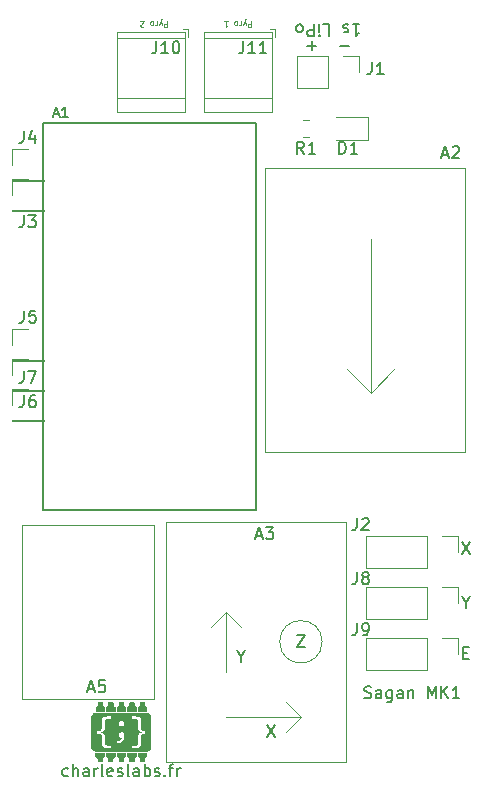
<source format=gbr>
G04 #@! TF.GenerationSoftware,KiCad,Pcbnew,5.1.5-52549c5~84~ubuntu19.04.1*
G04 #@! TF.CreationDate,2019-12-06T19:41:43+01:00*
G04 #@! TF.ProjectId,Rocket_PCB,526f636b-6574-45f5-9043-422e6b696361,rev?*
G04 #@! TF.SameCoordinates,Original*
G04 #@! TF.FileFunction,Legend,Top*
G04 #@! TF.FilePolarity,Positive*
%FSLAX46Y46*%
G04 Gerber Fmt 4.6, Leading zero omitted, Abs format (unit mm)*
G04 Created by KiCad (PCBNEW 5.1.5-52549c5~84~ubuntu19.04.1) date 2019-12-06 19:41:43*
%MOMM*%
%LPD*%
G04 APERTURE LIST*
%ADD10C,0.125000*%
%ADD11C,0.150000*%
%ADD12C,0.010000*%
%ADD13C,0.120000*%
%ADD14C,0.160000*%
G04 APERTURE END LIST*
D10*
X138036952Y-36857809D02*
X138036952Y-37357809D01*
X137846476Y-37357809D01*
X137798857Y-37334000D01*
X137775047Y-37310190D01*
X137751238Y-37262571D01*
X137751238Y-37191142D01*
X137775047Y-37143523D01*
X137798857Y-37119714D01*
X137846476Y-37095904D01*
X138036952Y-37095904D01*
X137584571Y-37191142D02*
X137465523Y-36857809D01*
X137346476Y-37191142D02*
X137465523Y-36857809D01*
X137513142Y-36738761D01*
X137536952Y-36714952D01*
X137584571Y-36691142D01*
X137156000Y-36857809D02*
X137156000Y-37191142D01*
X137156000Y-37095904D02*
X137132190Y-37143523D01*
X137108380Y-37167333D01*
X137060761Y-37191142D01*
X137013142Y-37191142D01*
X136775047Y-36857809D02*
X136822666Y-36881619D01*
X136846476Y-36905428D01*
X136870285Y-36953047D01*
X136870285Y-37095904D01*
X136846476Y-37143523D01*
X136822666Y-37167333D01*
X136775047Y-37191142D01*
X136703619Y-37191142D01*
X136656000Y-37167333D01*
X136632190Y-37143523D01*
X136608380Y-37095904D01*
X136608380Y-36953047D01*
X136632190Y-36905428D01*
X136656000Y-36881619D01*
X136703619Y-36857809D01*
X136775047Y-36857809D01*
X136036952Y-37310190D02*
X136013142Y-37334000D01*
X135965523Y-37357809D01*
X135846476Y-37357809D01*
X135798857Y-37334000D01*
X135775047Y-37310190D01*
X135751238Y-37262571D01*
X135751238Y-37214952D01*
X135775047Y-37143523D01*
X136060761Y-36857809D01*
X135751238Y-36857809D01*
X145148952Y-36857809D02*
X145148952Y-37357809D01*
X144958476Y-37357809D01*
X144910857Y-37334000D01*
X144887047Y-37310190D01*
X144863238Y-37262571D01*
X144863238Y-37191142D01*
X144887047Y-37143523D01*
X144910857Y-37119714D01*
X144958476Y-37095904D01*
X145148952Y-37095904D01*
X144696571Y-37191142D02*
X144577523Y-36857809D01*
X144458476Y-37191142D02*
X144577523Y-36857809D01*
X144625142Y-36738761D01*
X144648952Y-36714952D01*
X144696571Y-36691142D01*
X144268000Y-36857809D02*
X144268000Y-37191142D01*
X144268000Y-37095904D02*
X144244190Y-37143523D01*
X144220380Y-37167333D01*
X144172761Y-37191142D01*
X144125142Y-37191142D01*
X143887047Y-36857809D02*
X143934666Y-36881619D01*
X143958476Y-36905428D01*
X143982285Y-36953047D01*
X143982285Y-37095904D01*
X143958476Y-37143523D01*
X143934666Y-37167333D01*
X143887047Y-37191142D01*
X143815619Y-37191142D01*
X143768000Y-37167333D01*
X143744190Y-37143523D01*
X143720380Y-37095904D01*
X143720380Y-36953047D01*
X143744190Y-36905428D01*
X143768000Y-36881619D01*
X143815619Y-36857809D01*
X143887047Y-36857809D01*
X142863238Y-36857809D02*
X143148952Y-36857809D01*
X143006095Y-36857809D02*
X143006095Y-37357809D01*
X143053714Y-37286380D01*
X143101333Y-37238761D01*
X143148952Y-37214952D01*
D11*
X153733238Y-37139619D02*
X154304666Y-37139619D01*
X154018952Y-37139619D02*
X154018952Y-38139619D01*
X154114190Y-37996761D01*
X154209428Y-37901523D01*
X154304666Y-37853904D01*
X153352285Y-37187238D02*
X153257047Y-37139619D01*
X153066571Y-37139619D01*
X152971333Y-37187238D01*
X152923714Y-37282476D01*
X152923714Y-37330095D01*
X152971333Y-37425333D01*
X153066571Y-37472952D01*
X153209428Y-37472952D01*
X153304666Y-37520571D01*
X153352285Y-37615809D01*
X153352285Y-37663428D01*
X153304666Y-37758666D01*
X153209428Y-37806285D01*
X153066571Y-37806285D01*
X152971333Y-37758666D01*
X151257047Y-37139619D02*
X151733238Y-37139619D01*
X151733238Y-38139619D01*
X150923714Y-37139619D02*
X150923714Y-37806285D01*
X150923714Y-38139619D02*
X150971333Y-38092000D01*
X150923714Y-38044380D01*
X150876095Y-38092000D01*
X150923714Y-38139619D01*
X150923714Y-38044380D01*
X150447523Y-37139619D02*
X150447523Y-38139619D01*
X150066571Y-38139619D01*
X149971333Y-38092000D01*
X149923714Y-38044380D01*
X149876095Y-37949142D01*
X149876095Y-37806285D01*
X149923714Y-37711047D01*
X149971333Y-37663428D01*
X150066571Y-37615809D01*
X150447523Y-37615809D01*
X149304666Y-37139619D02*
X149399904Y-37187238D01*
X149447523Y-37234857D01*
X149495142Y-37330095D01*
X149495142Y-37615809D01*
X149447523Y-37711047D01*
X149399904Y-37758666D01*
X149304666Y-37806285D01*
X149161809Y-37806285D01*
X149066571Y-37758666D01*
X149018952Y-37711047D01*
X148971333Y-37615809D01*
X148971333Y-37330095D01*
X149018952Y-37234857D01*
X149066571Y-37187238D01*
X149161809Y-37139619D01*
X149304666Y-37139619D01*
X149876095Y-38933428D02*
X150638000Y-38933428D01*
X150257047Y-39314380D02*
X150257047Y-38552476D01*
X152638000Y-38933428D02*
X153399904Y-38933428D01*
X163107714Y-90352571D02*
X163441047Y-90352571D01*
X163583904Y-90876380D02*
X163107714Y-90876380D01*
X163107714Y-89876380D01*
X163583904Y-89876380D01*
X163322000Y-86082190D02*
X163322000Y-86558380D01*
X162988666Y-85558380D02*
X163322000Y-86082190D01*
X163655333Y-85558380D01*
X162988666Y-80986380D02*
X163655333Y-81986380D01*
X163655333Y-80986380D02*
X162988666Y-81986380D01*
X154726190Y-94130761D02*
X154869047Y-94178380D01*
X155107142Y-94178380D01*
X155202380Y-94130761D01*
X155250000Y-94083142D01*
X155297619Y-93987904D01*
X155297619Y-93892666D01*
X155250000Y-93797428D01*
X155202380Y-93749809D01*
X155107142Y-93702190D01*
X154916666Y-93654571D01*
X154821428Y-93606952D01*
X154773809Y-93559333D01*
X154726190Y-93464095D01*
X154726190Y-93368857D01*
X154773809Y-93273619D01*
X154821428Y-93226000D01*
X154916666Y-93178380D01*
X155154761Y-93178380D01*
X155297619Y-93226000D01*
X156154761Y-94178380D02*
X156154761Y-93654571D01*
X156107142Y-93559333D01*
X156011904Y-93511714D01*
X155821428Y-93511714D01*
X155726190Y-93559333D01*
X156154761Y-94130761D02*
X156059523Y-94178380D01*
X155821428Y-94178380D01*
X155726190Y-94130761D01*
X155678571Y-94035523D01*
X155678571Y-93940285D01*
X155726190Y-93845047D01*
X155821428Y-93797428D01*
X156059523Y-93797428D01*
X156154761Y-93749809D01*
X157059523Y-93511714D02*
X157059523Y-94321238D01*
X157011904Y-94416476D01*
X156964285Y-94464095D01*
X156869047Y-94511714D01*
X156726190Y-94511714D01*
X156630952Y-94464095D01*
X157059523Y-94130761D02*
X156964285Y-94178380D01*
X156773809Y-94178380D01*
X156678571Y-94130761D01*
X156630952Y-94083142D01*
X156583333Y-93987904D01*
X156583333Y-93702190D01*
X156630952Y-93606952D01*
X156678571Y-93559333D01*
X156773809Y-93511714D01*
X156964285Y-93511714D01*
X157059523Y-93559333D01*
X157964285Y-94178380D02*
X157964285Y-93654571D01*
X157916666Y-93559333D01*
X157821428Y-93511714D01*
X157630952Y-93511714D01*
X157535714Y-93559333D01*
X157964285Y-94130761D02*
X157869047Y-94178380D01*
X157630952Y-94178380D01*
X157535714Y-94130761D01*
X157488095Y-94035523D01*
X157488095Y-93940285D01*
X157535714Y-93845047D01*
X157630952Y-93797428D01*
X157869047Y-93797428D01*
X157964285Y-93749809D01*
X158440476Y-93511714D02*
X158440476Y-94178380D01*
X158440476Y-93606952D02*
X158488095Y-93559333D01*
X158583333Y-93511714D01*
X158726190Y-93511714D01*
X158821428Y-93559333D01*
X158869047Y-93654571D01*
X158869047Y-94178380D01*
X160107142Y-94178380D02*
X160107142Y-93178380D01*
X160440476Y-93892666D01*
X160773809Y-93178380D01*
X160773809Y-94178380D01*
X161250000Y-94178380D02*
X161250000Y-93178380D01*
X161821428Y-94178380D02*
X161392857Y-93606952D01*
X161821428Y-93178380D02*
X161250000Y-93749809D01*
X162773809Y-94178380D02*
X162202380Y-94178380D01*
X162488095Y-94178380D02*
X162488095Y-93178380D01*
X162392857Y-93321238D01*
X162297619Y-93416476D01*
X162202380Y-93464095D01*
X129635809Y-100734761D02*
X129540571Y-100782380D01*
X129350095Y-100782380D01*
X129254857Y-100734761D01*
X129207238Y-100687142D01*
X129159619Y-100591904D01*
X129159619Y-100306190D01*
X129207238Y-100210952D01*
X129254857Y-100163333D01*
X129350095Y-100115714D01*
X129540571Y-100115714D01*
X129635809Y-100163333D01*
X130064380Y-100782380D02*
X130064380Y-99782380D01*
X130492952Y-100782380D02*
X130492952Y-100258571D01*
X130445333Y-100163333D01*
X130350095Y-100115714D01*
X130207238Y-100115714D01*
X130112000Y-100163333D01*
X130064380Y-100210952D01*
X131397714Y-100782380D02*
X131397714Y-100258571D01*
X131350095Y-100163333D01*
X131254857Y-100115714D01*
X131064380Y-100115714D01*
X130969142Y-100163333D01*
X131397714Y-100734761D02*
X131302476Y-100782380D01*
X131064380Y-100782380D01*
X130969142Y-100734761D01*
X130921523Y-100639523D01*
X130921523Y-100544285D01*
X130969142Y-100449047D01*
X131064380Y-100401428D01*
X131302476Y-100401428D01*
X131397714Y-100353809D01*
X131873904Y-100782380D02*
X131873904Y-100115714D01*
X131873904Y-100306190D02*
X131921523Y-100210952D01*
X131969142Y-100163333D01*
X132064380Y-100115714D01*
X132159619Y-100115714D01*
X132635809Y-100782380D02*
X132540571Y-100734761D01*
X132492952Y-100639523D01*
X132492952Y-99782380D01*
X133397714Y-100734761D02*
X133302476Y-100782380D01*
X133112000Y-100782380D01*
X133016761Y-100734761D01*
X132969142Y-100639523D01*
X132969142Y-100258571D01*
X133016761Y-100163333D01*
X133112000Y-100115714D01*
X133302476Y-100115714D01*
X133397714Y-100163333D01*
X133445333Y-100258571D01*
X133445333Y-100353809D01*
X132969142Y-100449047D01*
X133826285Y-100734761D02*
X133921523Y-100782380D01*
X134112000Y-100782380D01*
X134207238Y-100734761D01*
X134254857Y-100639523D01*
X134254857Y-100591904D01*
X134207238Y-100496666D01*
X134112000Y-100449047D01*
X133969142Y-100449047D01*
X133873904Y-100401428D01*
X133826285Y-100306190D01*
X133826285Y-100258571D01*
X133873904Y-100163333D01*
X133969142Y-100115714D01*
X134112000Y-100115714D01*
X134207238Y-100163333D01*
X134826285Y-100782380D02*
X134731047Y-100734761D01*
X134683428Y-100639523D01*
X134683428Y-99782380D01*
X135635809Y-100782380D02*
X135635809Y-100258571D01*
X135588190Y-100163333D01*
X135492952Y-100115714D01*
X135302476Y-100115714D01*
X135207238Y-100163333D01*
X135635809Y-100734761D02*
X135540571Y-100782380D01*
X135302476Y-100782380D01*
X135207238Y-100734761D01*
X135159619Y-100639523D01*
X135159619Y-100544285D01*
X135207238Y-100449047D01*
X135302476Y-100401428D01*
X135540571Y-100401428D01*
X135635809Y-100353809D01*
X136112000Y-100782380D02*
X136112000Y-99782380D01*
X136112000Y-100163333D02*
X136207238Y-100115714D01*
X136397714Y-100115714D01*
X136492952Y-100163333D01*
X136540571Y-100210952D01*
X136588190Y-100306190D01*
X136588190Y-100591904D01*
X136540571Y-100687142D01*
X136492952Y-100734761D01*
X136397714Y-100782380D01*
X136207238Y-100782380D01*
X136112000Y-100734761D01*
X136969142Y-100734761D02*
X137064380Y-100782380D01*
X137254857Y-100782380D01*
X137350095Y-100734761D01*
X137397714Y-100639523D01*
X137397714Y-100591904D01*
X137350095Y-100496666D01*
X137254857Y-100449047D01*
X137112000Y-100449047D01*
X137016761Y-100401428D01*
X136969142Y-100306190D01*
X136969142Y-100258571D01*
X137016761Y-100163333D01*
X137112000Y-100115714D01*
X137254857Y-100115714D01*
X137350095Y-100163333D01*
X137826285Y-100687142D02*
X137873904Y-100734761D01*
X137826285Y-100782380D01*
X137778666Y-100734761D01*
X137826285Y-100687142D01*
X137826285Y-100782380D01*
X138159619Y-100115714D02*
X138540571Y-100115714D01*
X138302476Y-100782380D02*
X138302476Y-99925238D01*
X138350095Y-99830000D01*
X138445333Y-99782380D01*
X138540571Y-99782380D01*
X138873904Y-100782380D02*
X138873904Y-100115714D01*
X138873904Y-100306190D02*
X138921523Y-100210952D01*
X138969142Y-100163333D01*
X139064380Y-100115714D01*
X139159619Y-100115714D01*
X127508000Y-78232000D02*
X145542000Y-78232000D01*
X145542000Y-45466000D02*
X127508000Y-45466000D01*
X127508000Y-78232000D02*
X127508000Y-45466000D01*
X145542000Y-45466000D02*
X145542000Y-78232000D01*
D12*
G36*
X135902480Y-94527077D02*
G01*
X135966400Y-94527138D01*
X136013391Y-94528808D01*
X136046052Y-94534309D01*
X136066984Y-94545867D01*
X136078785Y-94565708D01*
X136084056Y-94596057D01*
X136085396Y-94639137D01*
X136085384Y-94683627D01*
X136085384Y-94809762D01*
X136178446Y-94884613D01*
X136271507Y-94959464D01*
X136268811Y-95102289D01*
X136266115Y-95245115D01*
X135907096Y-95247678D01*
X135548077Y-95250240D01*
X135548098Y-95101139D01*
X135548120Y-94952038D01*
X135635615Y-94883653D01*
X135723110Y-94815269D01*
X135723516Y-94690711D01*
X135723847Y-94632928D01*
X135726166Y-94590640D01*
X135733116Y-94561431D01*
X135747338Y-94542884D01*
X135771475Y-94532586D01*
X135808168Y-94528120D01*
X135860058Y-94527071D01*
X135902480Y-94527077D01*
G37*
X135902480Y-94527077D02*
X135966400Y-94527138D01*
X136013391Y-94528808D01*
X136046052Y-94534309D01*
X136066984Y-94545867D01*
X136078785Y-94565708D01*
X136084056Y-94596057D01*
X136085396Y-94639137D01*
X136085384Y-94683627D01*
X136085384Y-94809762D01*
X136178446Y-94884613D01*
X136271507Y-94959464D01*
X136268811Y-95102289D01*
X136266115Y-95245115D01*
X135907096Y-95247678D01*
X135548077Y-95250240D01*
X135548098Y-95101139D01*
X135548120Y-94952038D01*
X135635615Y-94883653D01*
X135723110Y-94815269D01*
X135723516Y-94690711D01*
X135723847Y-94632928D01*
X135726166Y-94590640D01*
X135733116Y-94561431D01*
X135747338Y-94542884D01*
X135771475Y-94532586D01*
X135808168Y-94528120D01*
X135860058Y-94527071D01*
X135902480Y-94527077D01*
G36*
X135176137Y-94552817D02*
G01*
X135184829Y-94565898D01*
X135190635Y-94581570D01*
X135194121Y-94603852D01*
X135195851Y-94636761D01*
X135196391Y-94684316D01*
X135196406Y-94696913D01*
X135196428Y-94815269D01*
X135283923Y-94883653D01*
X135371418Y-94952038D01*
X135372230Y-95250000D01*
X134649307Y-95250000D01*
X134649714Y-95101019D01*
X134650120Y-94952038D01*
X134737615Y-94883653D01*
X134825109Y-94815269D01*
X134825131Y-94696913D01*
X134825488Y-94645664D01*
X134826913Y-94609929D01*
X134829972Y-94585690D01*
X134835228Y-94568929D01*
X134843249Y-94555628D01*
X134845401Y-94552817D01*
X134865648Y-94527077D01*
X135155889Y-94527077D01*
X135176137Y-94552817D01*
G37*
X135176137Y-94552817D02*
X135184829Y-94565898D01*
X135190635Y-94581570D01*
X135194121Y-94603852D01*
X135195851Y-94636761D01*
X135196391Y-94684316D01*
X135196406Y-94696913D01*
X135196428Y-94815269D01*
X135283923Y-94883653D01*
X135371418Y-94952038D01*
X135372230Y-95250000D01*
X134649307Y-95250000D01*
X134649714Y-95101019D01*
X134650120Y-94952038D01*
X134737615Y-94883653D01*
X134825109Y-94815269D01*
X134825131Y-94696913D01*
X134825488Y-94645664D01*
X134826913Y-94609929D01*
X134829972Y-94585690D01*
X134835228Y-94568929D01*
X134843249Y-94555628D01*
X134845401Y-94552817D01*
X134865648Y-94527077D01*
X135155889Y-94527077D01*
X135176137Y-94552817D01*
G36*
X134116884Y-94527077D02*
G01*
X134180368Y-94527150D01*
X134226938Y-94528883D01*
X134259210Y-94534542D01*
X134279800Y-94546394D01*
X134291323Y-94566706D01*
X134296395Y-94597745D01*
X134297631Y-94641779D01*
X134297615Y-94683730D01*
X134297615Y-94809968D01*
X134473461Y-94950768D01*
X134473461Y-95250000D01*
X134118512Y-95250000D01*
X134037088Y-95249826D01*
X133961887Y-95249333D01*
X133895132Y-95248560D01*
X133839046Y-95247547D01*
X133795852Y-95246335D01*
X133767774Y-95244962D01*
X133757051Y-95243487D01*
X133754716Y-95231868D01*
X133752752Y-95204399D01*
X133751324Y-95164767D01*
X133750596Y-95116662D01*
X133750538Y-95098015D01*
X133750538Y-94959055D01*
X133843346Y-94884409D01*
X133936153Y-94809762D01*
X133936153Y-94683627D01*
X133936239Y-94628637D01*
X133938240Y-94588298D01*
X133944772Y-94560344D01*
X133958450Y-94542508D01*
X133981890Y-94532527D01*
X134017708Y-94528134D01*
X134068519Y-94527063D01*
X134116884Y-94527077D01*
G37*
X134116884Y-94527077D02*
X134180368Y-94527150D01*
X134226938Y-94528883D01*
X134259210Y-94534542D01*
X134279800Y-94546394D01*
X134291323Y-94566706D01*
X134296395Y-94597745D01*
X134297631Y-94641779D01*
X134297615Y-94683730D01*
X134297615Y-94809968D01*
X134473461Y-94950768D01*
X134473461Y-95250000D01*
X134118512Y-95250000D01*
X134037088Y-95249826D01*
X133961887Y-95249333D01*
X133895132Y-95248560D01*
X133839046Y-95247547D01*
X133795852Y-95246335D01*
X133767774Y-95244962D01*
X133757051Y-95243487D01*
X133754716Y-95231868D01*
X133752752Y-95204399D01*
X133751324Y-95164767D01*
X133750596Y-95116662D01*
X133750538Y-95098015D01*
X133750538Y-94959055D01*
X133843346Y-94884409D01*
X133936153Y-94809762D01*
X133936153Y-94683627D01*
X133936239Y-94628637D01*
X133938240Y-94588298D01*
X133944772Y-94560344D01*
X133958450Y-94542508D01*
X133981890Y-94532527D01*
X134017708Y-94528134D01*
X134068519Y-94527063D01*
X134116884Y-94527077D01*
G36*
X133285037Y-94527168D02*
G01*
X133331731Y-94529037D01*
X133364237Y-94535071D01*
X133385226Y-94547658D01*
X133397369Y-94569189D01*
X133403336Y-94602051D01*
X133405799Y-94648633D01*
X133406925Y-94692943D01*
X133410120Y-94817744D01*
X133497549Y-94887748D01*
X133584979Y-94957753D01*
X133579577Y-95245115D01*
X133220557Y-95247678D01*
X132861538Y-95250240D01*
X132861944Y-95101139D01*
X132862351Y-94952038D01*
X132949845Y-94883653D01*
X133037340Y-94815269D01*
X133037362Y-94690711D01*
X133037477Y-94633692D01*
X133039525Y-94591728D01*
X133046101Y-94562515D01*
X133059796Y-94543748D01*
X133083204Y-94533123D01*
X133118918Y-94528336D01*
X133169529Y-94527083D01*
X133221485Y-94527077D01*
X133285037Y-94527168D01*
G37*
X133285037Y-94527168D02*
X133331731Y-94529037D01*
X133364237Y-94535071D01*
X133385226Y-94547658D01*
X133397369Y-94569189D01*
X133403336Y-94602051D01*
X133405799Y-94648633D01*
X133406925Y-94692943D01*
X133410120Y-94817744D01*
X133497549Y-94887748D01*
X133584979Y-94957753D01*
X133579577Y-95245115D01*
X133220557Y-95247678D01*
X132861538Y-95250240D01*
X132861944Y-95101139D01*
X132862351Y-94952038D01*
X132949845Y-94883653D01*
X133037340Y-94815269D01*
X133037362Y-94690711D01*
X133037477Y-94633692D01*
X133039525Y-94591728D01*
X133046101Y-94562515D01*
X133059796Y-94543748D01*
X133083204Y-94533123D01*
X133118918Y-94528336D01*
X133169529Y-94527083D01*
X133221485Y-94527077D01*
X133285037Y-94527168D01*
G36*
X132327442Y-94527077D02*
G01*
X132391224Y-94527180D01*
X132438090Y-94529050D01*
X132470651Y-94535025D01*
X132491520Y-94547444D01*
X132503311Y-94568646D01*
X132508635Y-94600970D01*
X132510107Y-94646753D01*
X132510252Y-94690711D01*
X132510658Y-94815269D01*
X132598153Y-94883653D01*
X132685648Y-94952038D01*
X132685692Y-95250000D01*
X132330743Y-95250000D01*
X132249319Y-95249826D01*
X132174118Y-95249333D01*
X132107363Y-95248560D01*
X132051277Y-95247547D01*
X132008083Y-95246335D01*
X131980005Y-95244962D01*
X131969282Y-95243487D01*
X131966953Y-95231872D01*
X131964992Y-95204397D01*
X131963564Y-95164737D01*
X131962831Y-95116569D01*
X131962769Y-95097259D01*
X131962769Y-94957545D01*
X132055577Y-94882898D01*
X132148384Y-94808251D01*
X132148384Y-94683832D01*
X132148407Y-94628536D01*
X132150227Y-94588036D01*
X132156468Y-94560033D01*
X132169754Y-94542229D01*
X132192712Y-94532327D01*
X132227965Y-94528028D01*
X132278139Y-94527036D01*
X132327442Y-94527077D01*
G37*
X132327442Y-94527077D02*
X132391224Y-94527180D01*
X132438090Y-94529050D01*
X132470651Y-94535025D01*
X132491520Y-94547444D01*
X132503311Y-94568646D01*
X132508635Y-94600970D01*
X132510107Y-94646753D01*
X132510252Y-94690711D01*
X132510658Y-94815269D01*
X132598153Y-94883653D01*
X132685648Y-94952038D01*
X132685692Y-95250000D01*
X132330743Y-95250000D01*
X132249319Y-95249826D01*
X132174118Y-95249333D01*
X132107363Y-95248560D01*
X132051277Y-95247547D01*
X132008083Y-95246335D01*
X131980005Y-95244962D01*
X131969282Y-95243487D01*
X131966953Y-95231872D01*
X131964992Y-95204397D01*
X131963564Y-95164737D01*
X131962831Y-95116569D01*
X131962769Y-95097259D01*
X131962769Y-94957545D01*
X132055577Y-94882898D01*
X132148384Y-94808251D01*
X132148384Y-94683832D01*
X132148407Y-94628536D01*
X132150227Y-94588036D01*
X132156468Y-94560033D01*
X132169754Y-94542229D01*
X132192712Y-94532327D01*
X132227965Y-94528028D01*
X132278139Y-94527036D01*
X132327442Y-94527077D01*
G36*
X134306075Y-95405617D02*
G01*
X134486348Y-95405731D01*
X134664367Y-95405918D01*
X134839040Y-95406178D01*
X135009279Y-95406510D01*
X135173993Y-95406915D01*
X135332094Y-95407393D01*
X135482492Y-95407944D01*
X135624096Y-95408567D01*
X135755817Y-95409264D01*
X135876566Y-95410032D01*
X135985252Y-95410874D01*
X136080787Y-95411789D01*
X136162080Y-95412776D01*
X136228042Y-95413836D01*
X136277583Y-95414969D01*
X136309613Y-95416174D01*
X136322329Y-95417270D01*
X136399386Y-95442241D01*
X136468983Y-95483413D01*
X136528110Y-95538246D01*
X136573760Y-95604199D01*
X136592476Y-95645467D01*
X136613194Y-95700842D01*
X136608038Y-98381038D01*
X136582390Y-98434769D01*
X136537464Y-98507266D01*
X136479091Y-98566004D01*
X136408762Y-98609812D01*
X136327972Y-98637521D01*
X136321807Y-98638861D01*
X136305679Y-98640189D01*
X136271145Y-98641429D01*
X136219290Y-98642581D01*
X136151198Y-98643646D01*
X136067954Y-98644623D01*
X135970642Y-98645515D01*
X135860347Y-98646322D01*
X135738152Y-98647044D01*
X135605143Y-98647682D01*
X135462403Y-98648238D01*
X135311018Y-98648711D01*
X135152071Y-98649102D01*
X134986647Y-98649413D01*
X134815831Y-98649643D01*
X134640706Y-98649794D01*
X134462357Y-98649866D01*
X134281869Y-98649861D01*
X134100325Y-98649778D01*
X133918811Y-98649618D01*
X133738411Y-98649383D01*
X133560209Y-98649072D01*
X133385289Y-98648688D01*
X133214737Y-98648229D01*
X133049635Y-98647698D01*
X132891070Y-98647094D01*
X132740124Y-98646419D01*
X132597883Y-98645673D01*
X132465431Y-98644857D01*
X132343853Y-98643972D01*
X132234232Y-98643018D01*
X132137653Y-98641997D01*
X132055201Y-98640908D01*
X131987960Y-98639753D01*
X131937014Y-98638532D01*
X131903448Y-98637246D01*
X131888399Y-98635908D01*
X131811887Y-98607815D01*
X131743638Y-98563922D01*
X131686594Y-98506807D01*
X131643696Y-98439046D01*
X131631659Y-98410894D01*
X131628750Y-98402947D01*
X131626129Y-98394781D01*
X131623781Y-98385386D01*
X131621691Y-98373757D01*
X131619843Y-98358884D01*
X131618223Y-98339761D01*
X131616817Y-98315380D01*
X131615608Y-98284732D01*
X131614582Y-98246810D01*
X131613724Y-98200607D01*
X131613019Y-98145115D01*
X131612451Y-98079326D01*
X131612007Y-98002232D01*
X131611670Y-97912826D01*
X131611427Y-97810099D01*
X131611261Y-97693045D01*
X131611158Y-97560655D01*
X131611103Y-97411922D01*
X131611081Y-97245838D01*
X131611077Y-97061395D01*
X131611077Y-97028000D01*
X131611078Y-96883055D01*
X132040923Y-96883055D01*
X132040923Y-97182714D01*
X132162361Y-97185953D01*
X132221284Y-97188386D01*
X132264660Y-97193062D01*
X132296465Y-97201489D01*
X132320676Y-97215176D01*
X132341269Y-97235630D01*
X132359852Y-97260858D01*
X132371004Y-97280561D01*
X132380118Y-97305051D01*
X132387377Y-97336296D01*
X132392966Y-97376265D01*
X132397069Y-97426926D01*
X132399870Y-97490249D01*
X132401553Y-97568201D01*
X132402302Y-97662752D01*
X132402384Y-97715500D01*
X132402611Y-97808595D01*
X132403358Y-97884585D01*
X132404724Y-97945898D01*
X132406811Y-97994966D01*
X132409719Y-98034215D01*
X132413546Y-98066075D01*
X132417819Y-98090238D01*
X132442564Y-98177651D01*
X132478170Y-98250086D01*
X132525679Y-98308404D01*
X132586134Y-98353468D01*
X132660578Y-98386137D01*
X132750051Y-98407275D01*
X132810358Y-98414689D01*
X132849701Y-98417347D01*
X132903071Y-98419772D01*
X132964954Y-98421776D01*
X133029839Y-98423167D01*
X133069134Y-98423637D01*
X133242538Y-98425000D01*
X133242538Y-98122153D01*
X133088673Y-98121920D01*
X133008981Y-98120907D01*
X132946158Y-98117594D01*
X132897592Y-98111168D01*
X132860670Y-98100816D01*
X132832780Y-98085723D01*
X132811308Y-98065077D01*
X132793642Y-98038063D01*
X132788640Y-98028488D01*
X132783295Y-98016446D01*
X132778942Y-98002340D01*
X132775420Y-97983948D01*
X132772570Y-97959048D01*
X132770233Y-97925417D01*
X132768248Y-97880832D01*
X132766456Y-97823071D01*
X132764947Y-97760293D01*
X133694995Y-97760293D01*
X133719615Y-97885742D01*
X133744235Y-98011190D01*
X133796083Y-98003060D01*
X133831658Y-97995883D01*
X133876404Y-97984662D01*
X133921027Y-97971740D01*
X133923792Y-97970868D01*
X134012772Y-97935878D01*
X134093683Y-97888930D01*
X134171295Y-97827039D01*
X134205046Y-97794884D01*
X134277884Y-97711047D01*
X134332496Y-97622236D01*
X134369537Y-97526760D01*
X134389661Y-97422926D01*
X134393522Y-97309042D01*
X134393467Y-97307485D01*
X134388044Y-97234330D01*
X134376682Y-97175997D01*
X134357993Y-97128311D01*
X134330594Y-97087094D01*
X134314211Y-97068663D01*
X134262010Y-97027622D01*
X134200594Y-97001192D01*
X134133847Y-96989486D01*
X134065654Y-96992619D01*
X133999899Y-97010703D01*
X133940465Y-97043854D01*
X133923909Y-97057228D01*
X133880030Y-97103629D01*
X133851828Y-97153727D01*
X133837312Y-97212187D01*
X133834211Y-97267346D01*
X133835585Y-97312070D01*
X133840375Y-97345095D01*
X133850166Y-97374173D01*
X133860440Y-97395551D01*
X133893762Y-97445462D01*
X133936634Y-97488485D01*
X133984764Y-97521492D01*
X134033856Y-97541357D01*
X134066729Y-97545769D01*
X134080567Y-97551815D01*
X134079096Y-97569898D01*
X134062336Y-97599940D01*
X134050942Y-97615836D01*
X134011016Y-97655157D01*
X133955435Y-97689642D01*
X133887853Y-97717431D01*
X133814038Y-97736281D01*
X133774573Y-97743722D01*
X133740531Y-97750345D01*
X133718139Y-97754935D01*
X133715440Y-97755541D01*
X133694995Y-97760293D01*
X132764947Y-97760293D01*
X132764697Y-97749913D01*
X132763085Y-97672769D01*
X132761089Y-97581185D01*
X132759070Y-97506889D01*
X132756886Y-97447627D01*
X132754394Y-97401148D01*
X132751452Y-97365201D01*
X132747919Y-97337534D01*
X132743653Y-97315895D01*
X132739655Y-97301538D01*
X132715868Y-97237225D01*
X132688915Y-97187002D01*
X132655782Y-97145419D01*
X132650029Y-97139526D01*
X132621493Y-97116078D01*
X132584146Y-97092143D01*
X132543789Y-97070750D01*
X132506225Y-97054927D01*
X132477255Y-97047702D01*
X132473788Y-97047546D01*
X132452619Y-97044932D01*
X132449207Y-97038002D01*
X132462607Y-97028092D01*
X132491870Y-97016536D01*
X132496884Y-97014954D01*
X132574539Y-96982119D01*
X132638593Y-96935430D01*
X132689470Y-96874460D01*
X132727594Y-96798783D01*
X132736199Y-96774414D01*
X132742012Y-96755045D01*
X132746737Y-96734874D01*
X132750545Y-96711484D01*
X132753607Y-96682459D01*
X132756096Y-96645384D01*
X132758183Y-96597843D01*
X132760038Y-96537419D01*
X132761833Y-96461696D01*
X132763251Y-96393000D01*
X132764781Y-96320976D01*
X133836781Y-96320976D01*
X133851075Y-96392862D01*
X133881048Y-96455774D01*
X133925656Y-96507909D01*
X133983859Y-96547466D01*
X134025770Y-96564707D01*
X134075115Y-96573962D01*
X134133074Y-96574580D01*
X134190996Y-96567067D01*
X134239653Y-96552185D01*
X134301428Y-96515519D01*
X134350262Y-96466888D01*
X134376394Y-96424635D01*
X134390068Y-96382555D01*
X134397951Y-96329856D01*
X134399828Y-96273675D01*
X134395483Y-96221149D01*
X134384703Y-96179415D01*
X134383828Y-96177366D01*
X134347931Y-96118978D01*
X134298474Y-96072022D01*
X134238658Y-96037885D01*
X134171680Y-96017951D01*
X134100739Y-96013606D01*
X134032517Y-96025199D01*
X133964522Y-96053999D01*
X133909532Y-96096310D01*
X133868946Y-96150565D01*
X133844160Y-96215197D01*
X133839207Y-96241920D01*
X133836781Y-96320976D01*
X132764781Y-96320976D01*
X132765241Y-96299351D01*
X132767319Y-96223114D01*
X132769799Y-96162162D01*
X132772998Y-96114369D01*
X132777231Y-96077609D01*
X132782814Y-96049756D01*
X132790061Y-96028684D01*
X132799290Y-96012266D01*
X132810814Y-95998378D01*
X132823644Y-95986071D01*
X132844164Y-95971199D01*
X132870286Y-95960057D01*
X132904806Y-95952189D01*
X132950519Y-95947138D01*
X133010221Y-95944450D01*
X133083788Y-95943669D01*
X133242538Y-95943615D01*
X133242538Y-95941752D01*
X134991230Y-95941752D01*
X135169519Y-95945333D01*
X135236208Y-95946976D01*
X135286381Y-95949051D01*
X135323059Y-95951856D01*
X135349263Y-95955688D01*
X135368014Y-95960844D01*
X135379465Y-95966007D01*
X135402498Y-95980887D01*
X135421352Y-95999557D01*
X135436425Y-96023964D01*
X135448114Y-96056055D01*
X135456817Y-96097776D01*
X135462931Y-96151076D01*
X135466852Y-96217900D01*
X135468980Y-96300195D01*
X135469709Y-96399910D01*
X135469719Y-96408302D01*
X135470163Y-96501453D01*
X135471537Y-96577770D01*
X135474155Y-96639946D01*
X135478329Y-96690674D01*
X135484369Y-96732649D01*
X135492590Y-96768564D01*
X135503302Y-96801114D01*
X135516818Y-96832991D01*
X135519615Y-96838954D01*
X135559515Y-96901098D01*
X135613795Y-96953052D01*
X135678698Y-96991890D01*
X135743461Y-97013291D01*
X135773140Y-97020671D01*
X135784199Y-97027353D01*
X135776504Y-97034875D01*
X135749917Y-97044776D01*
X135740423Y-97047766D01*
X135659599Y-97080983D01*
X135593822Y-97126237D01*
X135542243Y-97184204D01*
X135518102Y-97224692D01*
X135504495Y-97254648D01*
X135493616Y-97287128D01*
X135485184Y-97324630D01*
X135478917Y-97369656D01*
X135474534Y-97424707D01*
X135471753Y-97492283D01*
X135470294Y-97574884D01*
X135469889Y-97653230D01*
X135469201Y-97754894D01*
X135467195Y-97838973D01*
X135463482Y-97907399D01*
X135457669Y-97962102D01*
X135449365Y-98005015D01*
X135438180Y-98038068D01*
X135423720Y-98063194D01*
X135405596Y-98082324D01*
X135383416Y-98097389D01*
X135379465Y-98099551D01*
X135364144Y-98105921D01*
X135343303Y-98110770D01*
X135313955Y-98114394D01*
X135273110Y-98117089D01*
X135217781Y-98119152D01*
X135169519Y-98120363D01*
X134991230Y-98124296D01*
X134991230Y-98425000D01*
X135149980Y-98424748D01*
X135213506Y-98424022D01*
X135279373Y-98422201D01*
X135341055Y-98419533D01*
X135392028Y-98416266D01*
X135406227Y-98415017D01*
X135496469Y-98402543D01*
X135571080Y-98383576D01*
X135633246Y-98356889D01*
X135686151Y-98321255D01*
X135713004Y-98296850D01*
X135737792Y-98270802D01*
X135758605Y-98245153D01*
X135775822Y-98217933D01*
X135789827Y-98187174D01*
X135801000Y-98150908D01*
X135809723Y-98107166D01*
X135816376Y-98053979D01*
X135821342Y-97989379D01*
X135825002Y-97911397D01*
X135827738Y-97818064D01*
X135829930Y-97707412D01*
X135830189Y-97692008D01*
X135836269Y-97325363D01*
X135860956Y-97276816D01*
X135882671Y-97241615D01*
X135908775Y-97216186D01*
X135942556Y-97199154D01*
X135987305Y-97189148D01*
X136046309Y-97184794D01*
X136082570Y-97184307D01*
X136192846Y-97184307D01*
X136192846Y-96881461D01*
X136082570Y-96881461D01*
X136014961Y-96879440D01*
X135963301Y-96872467D01*
X135924333Y-96859180D01*
X135894801Y-96838218D01*
X135871446Y-96808217D01*
X135860692Y-96788653D01*
X135854447Y-96775853D01*
X135849335Y-96763520D01*
X135845207Y-96749585D01*
X135841911Y-96731976D01*
X135839296Y-96708623D01*
X135837210Y-96677454D01*
X135835504Y-96636398D01*
X135834025Y-96583385D01*
X135832624Y-96516344D01*
X135831148Y-96433203D01*
X135830062Y-96368577D01*
X135828189Y-96264891D01*
X135826193Y-96178581D01*
X135823831Y-96107482D01*
X135820863Y-96049432D01*
X135817048Y-96002268D01*
X135812144Y-95963827D01*
X135805911Y-95931945D01*
X135798107Y-95904460D01*
X135788492Y-95879207D01*
X135776823Y-95854026D01*
X135771531Y-95843497D01*
X135738481Y-95794856D01*
X135692435Y-95748858D01*
X135639643Y-95711502D01*
X135626751Y-95704533D01*
X135591896Y-95688276D01*
X135556662Y-95675338D01*
X135518110Y-95665273D01*
X135473299Y-95657639D01*
X135419288Y-95651990D01*
X135353138Y-95647883D01*
X135271907Y-95644875D01*
X135223250Y-95643609D01*
X134991230Y-95638172D01*
X134991230Y-95941752D01*
X133242538Y-95941752D01*
X133242538Y-95638054D01*
X133005634Y-95643658D01*
X132914495Y-95646309D01*
X132840045Y-95649790D01*
X132779439Y-95654518D01*
X132729833Y-95660914D01*
X132688382Y-95669395D01*
X132652241Y-95680380D01*
X132618565Y-95694288D01*
X132600024Y-95703355D01*
X132541073Y-95744068D01*
X132490497Y-95800290D01*
X132450193Y-95869095D01*
X132422054Y-95947561D01*
X132412658Y-95992461D01*
X132410116Y-96018176D01*
X132407794Y-96060412D01*
X132405774Y-96116154D01*
X132404141Y-96182386D01*
X132402979Y-96256091D01*
X132402372Y-96334252D01*
X132402305Y-96363692D01*
X132401919Y-96467453D01*
X132400678Y-96553686D01*
X132398211Y-96624394D01*
X132394144Y-96681581D01*
X132388105Y-96727250D01*
X132379723Y-96763407D01*
X132368624Y-96792053D01*
X132354436Y-96815194D01*
X132336788Y-96834834D01*
X132315306Y-96852975D01*
X132310738Y-96856434D01*
X132296621Y-96865154D01*
X132279064Y-96871218D01*
X132254104Y-96875249D01*
X132217775Y-96877873D01*
X132166116Y-96879714D01*
X132162361Y-96879816D01*
X132040923Y-96883055D01*
X131611078Y-96883055D01*
X131611079Y-96840322D01*
X131611097Y-96671175D01*
X131611145Y-96519551D01*
X131611239Y-96384442D01*
X131611393Y-96264841D01*
X131611622Y-96159740D01*
X131611942Y-96068131D01*
X131612367Y-95989007D01*
X131612912Y-95921359D01*
X131613593Y-95864180D01*
X131614424Y-95816462D01*
X131615420Y-95777198D01*
X131616597Y-95745380D01*
X131617969Y-95720000D01*
X131619551Y-95700051D01*
X131621358Y-95684524D01*
X131623406Y-95672412D01*
X131625709Y-95662708D01*
X131628283Y-95654403D01*
X131631142Y-95646489D01*
X131631659Y-95645105D01*
X131668258Y-95574236D01*
X131720057Y-95512944D01*
X131784016Y-95463793D01*
X131857101Y-95429344D01*
X131901670Y-95417270D01*
X131917753Y-95416002D01*
X131952285Y-95414807D01*
X132004176Y-95413684D01*
X132072336Y-95412634D01*
X132155675Y-95411657D01*
X132253105Y-95410753D01*
X132363535Y-95409921D01*
X132485875Y-95409162D01*
X132619037Y-95408476D01*
X132761930Y-95407863D01*
X132913464Y-95407322D01*
X133072550Y-95406854D01*
X133238099Y-95406459D01*
X133409020Y-95406137D01*
X133584224Y-95405887D01*
X133762621Y-95405711D01*
X133943122Y-95405607D01*
X134124636Y-95405575D01*
X134306075Y-95405617D01*
G37*
X134306075Y-95405617D02*
X134486348Y-95405731D01*
X134664367Y-95405918D01*
X134839040Y-95406178D01*
X135009279Y-95406510D01*
X135173993Y-95406915D01*
X135332094Y-95407393D01*
X135482492Y-95407944D01*
X135624096Y-95408567D01*
X135755817Y-95409264D01*
X135876566Y-95410032D01*
X135985252Y-95410874D01*
X136080787Y-95411789D01*
X136162080Y-95412776D01*
X136228042Y-95413836D01*
X136277583Y-95414969D01*
X136309613Y-95416174D01*
X136322329Y-95417270D01*
X136399386Y-95442241D01*
X136468983Y-95483413D01*
X136528110Y-95538246D01*
X136573760Y-95604199D01*
X136592476Y-95645467D01*
X136613194Y-95700842D01*
X136608038Y-98381038D01*
X136582390Y-98434769D01*
X136537464Y-98507266D01*
X136479091Y-98566004D01*
X136408762Y-98609812D01*
X136327972Y-98637521D01*
X136321807Y-98638861D01*
X136305679Y-98640189D01*
X136271145Y-98641429D01*
X136219290Y-98642581D01*
X136151198Y-98643646D01*
X136067954Y-98644623D01*
X135970642Y-98645515D01*
X135860347Y-98646322D01*
X135738152Y-98647044D01*
X135605143Y-98647682D01*
X135462403Y-98648238D01*
X135311018Y-98648711D01*
X135152071Y-98649102D01*
X134986647Y-98649413D01*
X134815831Y-98649643D01*
X134640706Y-98649794D01*
X134462357Y-98649866D01*
X134281869Y-98649861D01*
X134100325Y-98649778D01*
X133918811Y-98649618D01*
X133738411Y-98649383D01*
X133560209Y-98649072D01*
X133385289Y-98648688D01*
X133214737Y-98648229D01*
X133049635Y-98647698D01*
X132891070Y-98647094D01*
X132740124Y-98646419D01*
X132597883Y-98645673D01*
X132465431Y-98644857D01*
X132343853Y-98643972D01*
X132234232Y-98643018D01*
X132137653Y-98641997D01*
X132055201Y-98640908D01*
X131987960Y-98639753D01*
X131937014Y-98638532D01*
X131903448Y-98637246D01*
X131888399Y-98635908D01*
X131811887Y-98607815D01*
X131743638Y-98563922D01*
X131686594Y-98506807D01*
X131643696Y-98439046D01*
X131631659Y-98410894D01*
X131628750Y-98402947D01*
X131626129Y-98394781D01*
X131623781Y-98385386D01*
X131621691Y-98373757D01*
X131619843Y-98358884D01*
X131618223Y-98339761D01*
X131616817Y-98315380D01*
X131615608Y-98284732D01*
X131614582Y-98246810D01*
X131613724Y-98200607D01*
X131613019Y-98145115D01*
X131612451Y-98079326D01*
X131612007Y-98002232D01*
X131611670Y-97912826D01*
X131611427Y-97810099D01*
X131611261Y-97693045D01*
X131611158Y-97560655D01*
X131611103Y-97411922D01*
X131611081Y-97245838D01*
X131611077Y-97061395D01*
X131611077Y-97028000D01*
X131611078Y-96883055D01*
X132040923Y-96883055D01*
X132040923Y-97182714D01*
X132162361Y-97185953D01*
X132221284Y-97188386D01*
X132264660Y-97193062D01*
X132296465Y-97201489D01*
X132320676Y-97215176D01*
X132341269Y-97235630D01*
X132359852Y-97260858D01*
X132371004Y-97280561D01*
X132380118Y-97305051D01*
X132387377Y-97336296D01*
X132392966Y-97376265D01*
X132397069Y-97426926D01*
X132399870Y-97490249D01*
X132401553Y-97568201D01*
X132402302Y-97662752D01*
X132402384Y-97715500D01*
X132402611Y-97808595D01*
X132403358Y-97884585D01*
X132404724Y-97945898D01*
X132406811Y-97994966D01*
X132409719Y-98034215D01*
X132413546Y-98066075D01*
X132417819Y-98090238D01*
X132442564Y-98177651D01*
X132478170Y-98250086D01*
X132525679Y-98308404D01*
X132586134Y-98353468D01*
X132660578Y-98386137D01*
X132750051Y-98407275D01*
X132810358Y-98414689D01*
X132849701Y-98417347D01*
X132903071Y-98419772D01*
X132964954Y-98421776D01*
X133029839Y-98423167D01*
X133069134Y-98423637D01*
X133242538Y-98425000D01*
X133242538Y-98122153D01*
X133088673Y-98121920D01*
X133008981Y-98120907D01*
X132946158Y-98117594D01*
X132897592Y-98111168D01*
X132860670Y-98100816D01*
X132832780Y-98085723D01*
X132811308Y-98065077D01*
X132793642Y-98038063D01*
X132788640Y-98028488D01*
X132783295Y-98016446D01*
X132778942Y-98002340D01*
X132775420Y-97983948D01*
X132772570Y-97959048D01*
X132770233Y-97925417D01*
X132768248Y-97880832D01*
X132766456Y-97823071D01*
X132764947Y-97760293D01*
X133694995Y-97760293D01*
X133719615Y-97885742D01*
X133744235Y-98011190D01*
X133796083Y-98003060D01*
X133831658Y-97995883D01*
X133876404Y-97984662D01*
X133921027Y-97971740D01*
X133923792Y-97970868D01*
X134012772Y-97935878D01*
X134093683Y-97888930D01*
X134171295Y-97827039D01*
X134205046Y-97794884D01*
X134277884Y-97711047D01*
X134332496Y-97622236D01*
X134369537Y-97526760D01*
X134389661Y-97422926D01*
X134393522Y-97309042D01*
X134393467Y-97307485D01*
X134388044Y-97234330D01*
X134376682Y-97175997D01*
X134357993Y-97128311D01*
X134330594Y-97087094D01*
X134314211Y-97068663D01*
X134262010Y-97027622D01*
X134200594Y-97001192D01*
X134133847Y-96989486D01*
X134065654Y-96992619D01*
X133999899Y-97010703D01*
X133940465Y-97043854D01*
X133923909Y-97057228D01*
X133880030Y-97103629D01*
X133851828Y-97153727D01*
X133837312Y-97212187D01*
X133834211Y-97267346D01*
X133835585Y-97312070D01*
X133840375Y-97345095D01*
X133850166Y-97374173D01*
X133860440Y-97395551D01*
X133893762Y-97445462D01*
X133936634Y-97488485D01*
X133984764Y-97521492D01*
X134033856Y-97541357D01*
X134066729Y-97545769D01*
X134080567Y-97551815D01*
X134079096Y-97569898D01*
X134062336Y-97599940D01*
X134050942Y-97615836D01*
X134011016Y-97655157D01*
X133955435Y-97689642D01*
X133887853Y-97717431D01*
X133814038Y-97736281D01*
X133774573Y-97743722D01*
X133740531Y-97750345D01*
X133718139Y-97754935D01*
X133715440Y-97755541D01*
X133694995Y-97760293D01*
X132764947Y-97760293D01*
X132764697Y-97749913D01*
X132763085Y-97672769D01*
X132761089Y-97581185D01*
X132759070Y-97506889D01*
X132756886Y-97447627D01*
X132754394Y-97401148D01*
X132751452Y-97365201D01*
X132747919Y-97337534D01*
X132743653Y-97315895D01*
X132739655Y-97301538D01*
X132715868Y-97237225D01*
X132688915Y-97187002D01*
X132655782Y-97145419D01*
X132650029Y-97139526D01*
X132621493Y-97116078D01*
X132584146Y-97092143D01*
X132543789Y-97070750D01*
X132506225Y-97054927D01*
X132477255Y-97047702D01*
X132473788Y-97047546D01*
X132452619Y-97044932D01*
X132449207Y-97038002D01*
X132462607Y-97028092D01*
X132491870Y-97016536D01*
X132496884Y-97014954D01*
X132574539Y-96982119D01*
X132638593Y-96935430D01*
X132689470Y-96874460D01*
X132727594Y-96798783D01*
X132736199Y-96774414D01*
X132742012Y-96755045D01*
X132746737Y-96734874D01*
X132750545Y-96711484D01*
X132753607Y-96682459D01*
X132756096Y-96645384D01*
X132758183Y-96597843D01*
X132760038Y-96537419D01*
X132761833Y-96461696D01*
X132763251Y-96393000D01*
X132764781Y-96320976D01*
X133836781Y-96320976D01*
X133851075Y-96392862D01*
X133881048Y-96455774D01*
X133925656Y-96507909D01*
X133983859Y-96547466D01*
X134025770Y-96564707D01*
X134075115Y-96573962D01*
X134133074Y-96574580D01*
X134190996Y-96567067D01*
X134239653Y-96552185D01*
X134301428Y-96515519D01*
X134350262Y-96466888D01*
X134376394Y-96424635D01*
X134390068Y-96382555D01*
X134397951Y-96329856D01*
X134399828Y-96273675D01*
X134395483Y-96221149D01*
X134384703Y-96179415D01*
X134383828Y-96177366D01*
X134347931Y-96118978D01*
X134298474Y-96072022D01*
X134238658Y-96037885D01*
X134171680Y-96017951D01*
X134100739Y-96013606D01*
X134032517Y-96025199D01*
X133964522Y-96053999D01*
X133909532Y-96096310D01*
X133868946Y-96150565D01*
X133844160Y-96215197D01*
X133839207Y-96241920D01*
X133836781Y-96320976D01*
X132764781Y-96320976D01*
X132765241Y-96299351D01*
X132767319Y-96223114D01*
X132769799Y-96162162D01*
X132772998Y-96114369D01*
X132777231Y-96077609D01*
X132782814Y-96049756D01*
X132790061Y-96028684D01*
X132799290Y-96012266D01*
X132810814Y-95998378D01*
X132823644Y-95986071D01*
X132844164Y-95971199D01*
X132870286Y-95960057D01*
X132904806Y-95952189D01*
X132950519Y-95947138D01*
X133010221Y-95944450D01*
X133083788Y-95943669D01*
X133242538Y-95943615D01*
X133242538Y-95941752D01*
X134991230Y-95941752D01*
X135169519Y-95945333D01*
X135236208Y-95946976D01*
X135286381Y-95949051D01*
X135323059Y-95951856D01*
X135349263Y-95955688D01*
X135368014Y-95960844D01*
X135379465Y-95966007D01*
X135402498Y-95980887D01*
X135421352Y-95999557D01*
X135436425Y-96023964D01*
X135448114Y-96056055D01*
X135456817Y-96097776D01*
X135462931Y-96151076D01*
X135466852Y-96217900D01*
X135468980Y-96300195D01*
X135469709Y-96399910D01*
X135469719Y-96408302D01*
X135470163Y-96501453D01*
X135471537Y-96577770D01*
X135474155Y-96639946D01*
X135478329Y-96690674D01*
X135484369Y-96732649D01*
X135492590Y-96768564D01*
X135503302Y-96801114D01*
X135516818Y-96832991D01*
X135519615Y-96838954D01*
X135559515Y-96901098D01*
X135613795Y-96953052D01*
X135678698Y-96991890D01*
X135743461Y-97013291D01*
X135773140Y-97020671D01*
X135784199Y-97027353D01*
X135776504Y-97034875D01*
X135749917Y-97044776D01*
X135740423Y-97047766D01*
X135659599Y-97080983D01*
X135593822Y-97126237D01*
X135542243Y-97184204D01*
X135518102Y-97224692D01*
X135504495Y-97254648D01*
X135493616Y-97287128D01*
X135485184Y-97324630D01*
X135478917Y-97369656D01*
X135474534Y-97424707D01*
X135471753Y-97492283D01*
X135470294Y-97574884D01*
X135469889Y-97653230D01*
X135469201Y-97754894D01*
X135467195Y-97838973D01*
X135463482Y-97907399D01*
X135457669Y-97962102D01*
X135449365Y-98005015D01*
X135438180Y-98038068D01*
X135423720Y-98063194D01*
X135405596Y-98082324D01*
X135383416Y-98097389D01*
X135379465Y-98099551D01*
X135364144Y-98105921D01*
X135343303Y-98110770D01*
X135313955Y-98114394D01*
X135273110Y-98117089D01*
X135217781Y-98119152D01*
X135169519Y-98120363D01*
X134991230Y-98124296D01*
X134991230Y-98425000D01*
X135149980Y-98424748D01*
X135213506Y-98424022D01*
X135279373Y-98422201D01*
X135341055Y-98419533D01*
X135392028Y-98416266D01*
X135406227Y-98415017D01*
X135496469Y-98402543D01*
X135571080Y-98383576D01*
X135633246Y-98356889D01*
X135686151Y-98321255D01*
X135713004Y-98296850D01*
X135737792Y-98270802D01*
X135758605Y-98245153D01*
X135775822Y-98217933D01*
X135789827Y-98187174D01*
X135801000Y-98150908D01*
X135809723Y-98107166D01*
X135816376Y-98053979D01*
X135821342Y-97989379D01*
X135825002Y-97911397D01*
X135827738Y-97818064D01*
X135829930Y-97707412D01*
X135830189Y-97692008D01*
X135836269Y-97325363D01*
X135860956Y-97276816D01*
X135882671Y-97241615D01*
X135908775Y-97216186D01*
X135942556Y-97199154D01*
X135987305Y-97189148D01*
X136046309Y-97184794D01*
X136082570Y-97184307D01*
X136192846Y-97184307D01*
X136192846Y-96881461D01*
X136082570Y-96881461D01*
X136014961Y-96879440D01*
X135963301Y-96872467D01*
X135924333Y-96859180D01*
X135894801Y-96838218D01*
X135871446Y-96808217D01*
X135860692Y-96788653D01*
X135854447Y-96775853D01*
X135849335Y-96763520D01*
X135845207Y-96749585D01*
X135841911Y-96731976D01*
X135839296Y-96708623D01*
X135837210Y-96677454D01*
X135835504Y-96636398D01*
X135834025Y-96583385D01*
X135832624Y-96516344D01*
X135831148Y-96433203D01*
X135830062Y-96368577D01*
X135828189Y-96264891D01*
X135826193Y-96178581D01*
X135823831Y-96107482D01*
X135820863Y-96049432D01*
X135817048Y-96002268D01*
X135812144Y-95963827D01*
X135805911Y-95931945D01*
X135798107Y-95904460D01*
X135788492Y-95879207D01*
X135776823Y-95854026D01*
X135771531Y-95843497D01*
X135738481Y-95794856D01*
X135692435Y-95748858D01*
X135639643Y-95711502D01*
X135626751Y-95704533D01*
X135591896Y-95688276D01*
X135556662Y-95675338D01*
X135518110Y-95665273D01*
X135473299Y-95657639D01*
X135419288Y-95651990D01*
X135353138Y-95647883D01*
X135271907Y-95644875D01*
X135223250Y-95643609D01*
X134991230Y-95638172D01*
X134991230Y-95941752D01*
X133242538Y-95941752D01*
X133242538Y-95638054D01*
X133005634Y-95643658D01*
X132914495Y-95646309D01*
X132840045Y-95649790D01*
X132779439Y-95654518D01*
X132729833Y-95660914D01*
X132688382Y-95669395D01*
X132652241Y-95680380D01*
X132618565Y-95694288D01*
X132600024Y-95703355D01*
X132541073Y-95744068D01*
X132490497Y-95800290D01*
X132450193Y-95869095D01*
X132422054Y-95947561D01*
X132412658Y-95992461D01*
X132410116Y-96018176D01*
X132407794Y-96060412D01*
X132405774Y-96116154D01*
X132404141Y-96182386D01*
X132402979Y-96256091D01*
X132402372Y-96334252D01*
X132402305Y-96363692D01*
X132401919Y-96467453D01*
X132400678Y-96553686D01*
X132398211Y-96624394D01*
X132394144Y-96681581D01*
X132388105Y-96727250D01*
X132379723Y-96763407D01*
X132368624Y-96792053D01*
X132354436Y-96815194D01*
X132336788Y-96834834D01*
X132315306Y-96852975D01*
X132310738Y-96856434D01*
X132296621Y-96865154D01*
X132279064Y-96871218D01*
X132254104Y-96875249D01*
X132217775Y-96877873D01*
X132166116Y-96879714D01*
X132162361Y-96879816D01*
X132040923Y-96883055D01*
X131611078Y-96883055D01*
X131611079Y-96840322D01*
X131611097Y-96671175D01*
X131611145Y-96519551D01*
X131611239Y-96384442D01*
X131611393Y-96264841D01*
X131611622Y-96159740D01*
X131611942Y-96068131D01*
X131612367Y-95989007D01*
X131612912Y-95921359D01*
X131613593Y-95864180D01*
X131614424Y-95816462D01*
X131615420Y-95777198D01*
X131616597Y-95745380D01*
X131617969Y-95720000D01*
X131619551Y-95700051D01*
X131621358Y-95684524D01*
X131623406Y-95672412D01*
X131625709Y-95662708D01*
X131628283Y-95654403D01*
X131631142Y-95646489D01*
X131631659Y-95645105D01*
X131668258Y-95574236D01*
X131720057Y-95512944D01*
X131784016Y-95463793D01*
X131857101Y-95429344D01*
X131901670Y-95417270D01*
X131917753Y-95416002D01*
X131952285Y-95414807D01*
X132004176Y-95413684D01*
X132072336Y-95412634D01*
X132155675Y-95411657D01*
X132253105Y-95410753D01*
X132363535Y-95409921D01*
X132485875Y-95409162D01*
X132619037Y-95408476D01*
X132761930Y-95407863D01*
X132913464Y-95407322D01*
X133072550Y-95406854D01*
X133238099Y-95406459D01*
X133409020Y-95406137D01*
X133584224Y-95405887D01*
X133762621Y-95405711D01*
X133943122Y-95405607D01*
X134124636Y-95405575D01*
X134306075Y-95405617D01*
G36*
X135897327Y-98808322D02*
G01*
X136256346Y-98810884D01*
X136259046Y-98954462D01*
X136261747Y-99098039D01*
X136168681Y-99172893D01*
X136075615Y-99247748D01*
X136075615Y-99373127D01*
X136075538Y-99427573D01*
X136073573Y-99467598D01*
X136067121Y-99495418D01*
X136053583Y-99513246D01*
X136030357Y-99523299D01*
X135994844Y-99527789D01*
X135944445Y-99528931D01*
X135892710Y-99528923D01*
X135837111Y-99528693D01*
X135797625Y-99527723D01*
X135770829Y-99525593D01*
X135753303Y-99521882D01*
X135741622Y-99516170D01*
X135733692Y-99509384D01*
X135725519Y-99499327D01*
X135719959Y-99486004D01*
X135716504Y-99465736D01*
X135714644Y-99434847D01*
X135713871Y-99389659D01*
X135713747Y-99365288D01*
X135713341Y-99240730D01*
X135625846Y-99172346D01*
X135538351Y-99103961D01*
X135538307Y-98805759D01*
X135897327Y-98808322D01*
G37*
X135897327Y-98808322D02*
X136256346Y-98810884D01*
X136259046Y-98954462D01*
X136261747Y-99098039D01*
X136168681Y-99172893D01*
X136075615Y-99247748D01*
X136075615Y-99373127D01*
X136075538Y-99427573D01*
X136073573Y-99467598D01*
X136067121Y-99495418D01*
X136053583Y-99513246D01*
X136030357Y-99523299D01*
X135994844Y-99527789D01*
X135944445Y-99528931D01*
X135892710Y-99528923D01*
X135837111Y-99528693D01*
X135797625Y-99527723D01*
X135770829Y-99525593D01*
X135753303Y-99521882D01*
X135741622Y-99516170D01*
X135733692Y-99509384D01*
X135725519Y-99499327D01*
X135719959Y-99486004D01*
X135716504Y-99465736D01*
X135714644Y-99434847D01*
X135713871Y-99389659D01*
X135713747Y-99365288D01*
X135713341Y-99240730D01*
X135625846Y-99172346D01*
X135538351Y-99103961D01*
X135538307Y-98805759D01*
X135897327Y-98808322D01*
G36*
X135361649Y-99103961D02*
G01*
X135274154Y-99172346D01*
X135186659Y-99240730D01*
X135186637Y-99365288D01*
X135186523Y-99422307D01*
X135184474Y-99464271D01*
X135177898Y-99493484D01*
X135164203Y-99512251D01*
X135140795Y-99522876D01*
X135105082Y-99527663D01*
X135054470Y-99528916D01*
X135002514Y-99528923D01*
X134946012Y-99528740D01*
X134905724Y-99527916D01*
X134878325Y-99526031D01*
X134860491Y-99522670D01*
X134848899Y-99517414D01*
X134840223Y-99509848D01*
X134838879Y-99508390D01*
X134830918Y-99497013D01*
X134825320Y-99481026D01*
X134821536Y-99456785D01*
X134819022Y-99420645D01*
X134817228Y-99368961D01*
X134817074Y-99363057D01*
X134813879Y-99238256D01*
X134726450Y-99168251D01*
X134639020Y-99098246D01*
X134641722Y-98954565D01*
X134644423Y-98810884D01*
X135003442Y-98808322D01*
X135362461Y-98805759D01*
X135361649Y-99103961D01*
G37*
X135361649Y-99103961D02*
X135274154Y-99172346D01*
X135186659Y-99240730D01*
X135186637Y-99365288D01*
X135186523Y-99422307D01*
X135184474Y-99464271D01*
X135177898Y-99493484D01*
X135164203Y-99512251D01*
X135140795Y-99522876D01*
X135105082Y-99527663D01*
X135054470Y-99528916D01*
X135002514Y-99528923D01*
X134946012Y-99528740D01*
X134905724Y-99527916D01*
X134878325Y-99526031D01*
X134860491Y-99522670D01*
X134848899Y-99517414D01*
X134840223Y-99509848D01*
X134838879Y-99508390D01*
X134830918Y-99497013D01*
X134825320Y-99481026D01*
X134821536Y-99456785D01*
X134819022Y-99420645D01*
X134817228Y-99368961D01*
X134817074Y-99363057D01*
X134813879Y-99238256D01*
X134726450Y-99168251D01*
X134639020Y-99098246D01*
X134641722Y-98954565D01*
X134644423Y-98810884D01*
X135003442Y-98808322D01*
X135362461Y-98805759D01*
X135361649Y-99103961D01*
G36*
X134109557Y-98808322D02*
G01*
X134468577Y-98810884D01*
X134471273Y-98953710D01*
X134473969Y-99096535D01*
X134380907Y-99171386D01*
X134287846Y-99246237D01*
X134287846Y-99372372D01*
X134287760Y-99427362D01*
X134285759Y-99467701D01*
X134279227Y-99495656D01*
X134265549Y-99513491D01*
X134242109Y-99523472D01*
X134206291Y-99527866D01*
X134155480Y-99528937D01*
X134107115Y-99528923D01*
X134048600Y-99528456D01*
X134006421Y-99526855D01*
X133977395Y-99523813D01*
X133958338Y-99519027D01*
X133948096Y-99513715D01*
X133939181Y-99506344D01*
X133933108Y-99496609D01*
X133929335Y-99480972D01*
X133927319Y-99455898D01*
X133926517Y-99417852D01*
X133926384Y-99372269D01*
X133926384Y-99246031D01*
X133750538Y-99105231D01*
X133750538Y-98805759D01*
X134109557Y-98808322D01*
G37*
X134109557Y-98808322D02*
X134468577Y-98810884D01*
X134471273Y-98953710D01*
X134473969Y-99096535D01*
X134380907Y-99171386D01*
X134287846Y-99246237D01*
X134287846Y-99372372D01*
X134287760Y-99427362D01*
X134285759Y-99467701D01*
X134279227Y-99495656D01*
X134265549Y-99513491D01*
X134242109Y-99523472D01*
X134206291Y-99527866D01*
X134155480Y-99528937D01*
X134107115Y-99528923D01*
X134048600Y-99528456D01*
X134006421Y-99526855D01*
X133977395Y-99523813D01*
X133958338Y-99519027D01*
X133948096Y-99513715D01*
X133939181Y-99506344D01*
X133933108Y-99496609D01*
X133929335Y-99480972D01*
X133927319Y-99455898D01*
X133926517Y-99417852D01*
X133926384Y-99372269D01*
X133926384Y-99246031D01*
X133750538Y-99105231D01*
X133750538Y-98805759D01*
X134109557Y-98808322D01*
G36*
X133574286Y-98954980D02*
G01*
X133573879Y-99103961D01*
X133486384Y-99172346D01*
X133398890Y-99240730D01*
X133398868Y-99359086D01*
X133398511Y-99410335D01*
X133397086Y-99446071D01*
X133394028Y-99470310D01*
X133388771Y-99487071D01*
X133380751Y-99500371D01*
X133378598Y-99503182D01*
X133358351Y-99528923D01*
X133068110Y-99528923D01*
X133047862Y-99503182D01*
X133039170Y-99490101D01*
X133033364Y-99474429D01*
X133029878Y-99452147D01*
X133028148Y-99419238D01*
X133027608Y-99371683D01*
X133027593Y-99359086D01*
X133027571Y-99240730D01*
X132940076Y-99172346D01*
X132852581Y-99103961D01*
X132852175Y-98954980D01*
X132851769Y-98806000D01*
X133574692Y-98806000D01*
X133574286Y-98954980D01*
G37*
X133574286Y-98954980D02*
X133573879Y-99103961D01*
X133486384Y-99172346D01*
X133398890Y-99240730D01*
X133398868Y-99359086D01*
X133398511Y-99410335D01*
X133397086Y-99446071D01*
X133394028Y-99470310D01*
X133388771Y-99487071D01*
X133380751Y-99500371D01*
X133378598Y-99503182D01*
X133358351Y-99528923D01*
X133068110Y-99528923D01*
X133047862Y-99503182D01*
X133039170Y-99490101D01*
X133033364Y-99474429D01*
X133029878Y-99452147D01*
X133028148Y-99419238D01*
X133027608Y-99371683D01*
X133027593Y-99359086D01*
X133027571Y-99240730D01*
X132940076Y-99172346D01*
X132852581Y-99103961D01*
X132852175Y-98954980D01*
X132851769Y-98806000D01*
X133574692Y-98806000D01*
X133574286Y-98954980D01*
G36*
X132675879Y-99103961D02*
G01*
X132588384Y-99172346D01*
X132500889Y-99240730D01*
X132500483Y-99365288D01*
X132500153Y-99423071D01*
X132497833Y-99465359D01*
X132490883Y-99494569D01*
X132476661Y-99513115D01*
X132452524Y-99523413D01*
X132415832Y-99527879D01*
X132363941Y-99528929D01*
X132321519Y-99528923D01*
X132262590Y-99528471D01*
X132220022Y-99526916D01*
X132190656Y-99523960D01*
X132171329Y-99519306D01*
X132160327Y-99513715D01*
X132151409Y-99506341D01*
X132145335Y-99496600D01*
X132141562Y-99480955D01*
X132139547Y-99455868D01*
X132138747Y-99417802D01*
X132138615Y-99372372D01*
X132138615Y-99246237D01*
X132045553Y-99171386D01*
X131952492Y-99096535D01*
X131955188Y-98953710D01*
X131957884Y-98810884D01*
X132316903Y-98808322D01*
X132675923Y-98805759D01*
X132675879Y-99103961D01*
G37*
X132675879Y-99103961D02*
X132588384Y-99172346D01*
X132500889Y-99240730D01*
X132500483Y-99365288D01*
X132500153Y-99423071D01*
X132497833Y-99465359D01*
X132490883Y-99494569D01*
X132476661Y-99513115D01*
X132452524Y-99523413D01*
X132415832Y-99527879D01*
X132363941Y-99528929D01*
X132321519Y-99528923D01*
X132262590Y-99528471D01*
X132220022Y-99526916D01*
X132190656Y-99523960D01*
X132171329Y-99519306D01*
X132160327Y-99513715D01*
X132151409Y-99506341D01*
X132145335Y-99496600D01*
X132141562Y-99480955D01*
X132139547Y-99455868D01*
X132138747Y-99417802D01*
X132138615Y-99372372D01*
X132138615Y-99246237D01*
X132045553Y-99171386D01*
X131952492Y-99096535D01*
X131955188Y-98953710D01*
X131957884Y-98810884D01*
X132316903Y-98808322D01*
X132675923Y-98805759D01*
X132675879Y-99103961D01*
D13*
X124908000Y-68012000D02*
X126238000Y-68012000D01*
X124908000Y-69342000D02*
X124908000Y-68012000D01*
X124908000Y-70612000D02*
X127568000Y-70612000D01*
X127568000Y-70612000D02*
X127568000Y-70672000D01*
X124908000Y-70612000D02*
X124908000Y-70672000D01*
X124908000Y-70672000D02*
X127568000Y-70672000D01*
X147148000Y-37538000D02*
X146748000Y-37538000D01*
X147148000Y-38178000D02*
X147148000Y-37538000D01*
X141128000Y-44518000D02*
X141128000Y-37778000D01*
X146908000Y-44518000D02*
X146908000Y-37778000D01*
X146908000Y-37778000D02*
X141128000Y-37778000D01*
X146908000Y-44518000D02*
X141128000Y-44518000D01*
X146908000Y-43398000D02*
X141128000Y-43398000D01*
X146908000Y-38298000D02*
X141128000Y-38298000D01*
X124908000Y-65472000D02*
X126238000Y-65472000D01*
X124908000Y-66802000D02*
X124908000Y-65472000D01*
X124908000Y-68072000D02*
X127568000Y-68072000D01*
X127568000Y-68072000D02*
X127568000Y-68132000D01*
X124908000Y-68072000D02*
X124908000Y-68132000D01*
X124908000Y-68132000D02*
X127568000Y-68132000D01*
X124908000Y-62932000D02*
X126238000Y-62932000D01*
X124908000Y-64262000D02*
X124908000Y-62932000D01*
X124908000Y-65532000D02*
X127568000Y-65532000D01*
X127568000Y-65532000D02*
X127568000Y-65592000D01*
X124908000Y-65532000D02*
X124908000Y-65592000D01*
X124908000Y-65592000D02*
X127568000Y-65592000D01*
X124908000Y-47692000D02*
X126238000Y-47692000D01*
X124908000Y-49022000D02*
X124908000Y-47692000D01*
X124908000Y-50292000D02*
X127568000Y-50292000D01*
X127568000Y-50292000D02*
X127568000Y-50352000D01*
X124908000Y-50292000D02*
X124908000Y-50352000D01*
X124908000Y-50352000D02*
X127568000Y-50352000D01*
X124908000Y-50232000D02*
X126238000Y-50232000D01*
X124908000Y-51562000D02*
X124908000Y-50232000D01*
X124908000Y-52832000D02*
X127568000Y-52832000D01*
X127568000Y-52832000D02*
X127568000Y-52892000D01*
X124908000Y-52832000D02*
X124908000Y-52892000D01*
X124908000Y-52892000D02*
X127568000Y-52892000D01*
X150040078Y-45264000D02*
X149522922Y-45264000D01*
X150040078Y-46684000D02*
X149522922Y-46684000D01*
X155022500Y-45014000D02*
X152337500Y-45014000D01*
X155022500Y-46934000D02*
X155022500Y-45014000D01*
X152337500Y-46934000D02*
X155022500Y-46934000D01*
X154238000Y-39818000D02*
X154238000Y-41148000D01*
X152908000Y-39818000D02*
X154238000Y-39818000D01*
X151638000Y-39818000D02*
X151638000Y-42478000D01*
X151638000Y-42478000D02*
X149038000Y-42478000D01*
X151638000Y-39818000D02*
X149038000Y-39818000D01*
X149038000Y-39818000D02*
X149038000Y-42478000D01*
X139782000Y-37538000D02*
X139382000Y-37538000D01*
X139782000Y-38178000D02*
X139782000Y-37538000D01*
X133762000Y-44518000D02*
X133762000Y-37778000D01*
X139542000Y-44518000D02*
X139542000Y-37778000D01*
X139542000Y-37778000D02*
X133762000Y-37778000D01*
X139542000Y-44518000D02*
X133762000Y-44518000D01*
X139542000Y-43398000D02*
X133762000Y-43398000D01*
X139542000Y-38298000D02*
X133762000Y-38298000D01*
X162620000Y-89094000D02*
X162620000Y-90424000D01*
X161290000Y-89094000D02*
X162620000Y-89094000D01*
X160020000Y-89094000D02*
X160020000Y-91754000D01*
X160020000Y-91754000D02*
X154880000Y-91754000D01*
X160020000Y-89094000D02*
X154880000Y-89094000D01*
X154880000Y-89094000D02*
X154880000Y-91754000D01*
X162620000Y-84776000D02*
X162620000Y-86106000D01*
X161290000Y-84776000D02*
X162620000Y-84776000D01*
X160020000Y-84776000D02*
X160020000Y-87436000D01*
X160020000Y-87436000D02*
X154880000Y-87436000D01*
X160020000Y-84776000D02*
X154880000Y-84776000D01*
X154880000Y-84776000D02*
X154880000Y-87436000D01*
X162620000Y-80458000D02*
X162620000Y-81788000D01*
X161290000Y-80458000D02*
X162620000Y-80458000D01*
X160020000Y-80458000D02*
X160020000Y-83118000D01*
X160020000Y-83118000D02*
X154880000Y-83118000D01*
X160020000Y-80458000D02*
X154880000Y-80458000D01*
X154880000Y-80458000D02*
X154880000Y-83118000D01*
X125730000Y-94234000D02*
X125730000Y-79502000D01*
X136906000Y-94234000D02*
X125730000Y-94234000D01*
X136906000Y-79502000D02*
X136906000Y-94234000D01*
X125730000Y-79502000D02*
X136906000Y-79502000D01*
X151148051Y-89408000D02*
G75*
G03X151148051Y-89408000I-1796051J0D01*
G01*
X143002000Y-86868000D02*
X144272000Y-88138000D01*
X141732000Y-88138000D02*
X143002000Y-86868000D01*
X143002000Y-86868000D02*
X141732000Y-88138000D01*
X143002000Y-91948000D02*
X143002000Y-86868000D01*
X149352000Y-95758000D02*
X148082000Y-97028000D01*
X149352000Y-95758000D02*
X148082000Y-94488000D01*
X143002000Y-95758000D02*
X149352000Y-95758000D01*
X137922000Y-99568000D02*
X137922000Y-79248000D01*
X153162000Y-99568000D02*
X137922000Y-99568000D01*
X153162000Y-79248000D02*
X153162000Y-99568000D01*
X137922000Y-79248000D02*
X153162000Y-79248000D01*
X163274000Y-49324000D02*
X146274000Y-49324000D01*
X163274000Y-73324000D02*
X163274000Y-49324000D01*
X146274000Y-73324000D02*
X163274000Y-73324000D01*
X146274000Y-49324000D02*
X146274000Y-73324000D01*
X155274000Y-68324000D02*
X153274000Y-66324000D01*
X155274000Y-68324000D02*
X157274000Y-66324000D01*
X155274000Y-55324000D02*
X155274000Y-68324000D01*
D14*
X128460571Y-44710333D02*
X128841523Y-44710333D01*
X128384380Y-44938904D02*
X128651047Y-44138904D01*
X128917714Y-44938904D01*
X129603428Y-44938904D02*
X129146285Y-44938904D01*
X129374857Y-44938904D02*
X129374857Y-44138904D01*
X129298666Y-44253190D01*
X129222476Y-44329380D01*
X129146285Y-44367476D01*
D11*
X125904666Y-66464380D02*
X125904666Y-67178666D01*
X125857047Y-67321523D01*
X125761809Y-67416761D01*
X125618952Y-67464380D01*
X125523714Y-67464380D01*
X126285619Y-66464380D02*
X126952285Y-66464380D01*
X126523714Y-67464380D01*
X144478476Y-38568380D02*
X144478476Y-39282666D01*
X144430857Y-39425523D01*
X144335619Y-39520761D01*
X144192761Y-39568380D01*
X144097523Y-39568380D01*
X145478476Y-39568380D02*
X144907047Y-39568380D01*
X145192761Y-39568380D02*
X145192761Y-38568380D01*
X145097523Y-38711238D01*
X145002285Y-38806476D01*
X144907047Y-38854095D01*
X146430857Y-39568380D02*
X145859428Y-39568380D01*
X146145142Y-39568380D02*
X146145142Y-38568380D01*
X146049904Y-38711238D01*
X145954666Y-38806476D01*
X145859428Y-38854095D01*
X125904666Y-68540380D02*
X125904666Y-69254666D01*
X125857047Y-69397523D01*
X125761809Y-69492761D01*
X125618952Y-69540380D01*
X125523714Y-69540380D01*
X126809428Y-68540380D02*
X126618952Y-68540380D01*
X126523714Y-68588000D01*
X126476095Y-68635619D01*
X126380857Y-68778476D01*
X126333238Y-68968952D01*
X126333238Y-69349904D01*
X126380857Y-69445142D01*
X126428476Y-69492761D01*
X126523714Y-69540380D01*
X126714190Y-69540380D01*
X126809428Y-69492761D01*
X126857047Y-69445142D01*
X126904666Y-69349904D01*
X126904666Y-69111809D01*
X126857047Y-69016571D01*
X126809428Y-68968952D01*
X126714190Y-68921333D01*
X126523714Y-68921333D01*
X126428476Y-68968952D01*
X126380857Y-69016571D01*
X126333238Y-69111809D01*
X125904666Y-61384380D02*
X125904666Y-62098666D01*
X125857047Y-62241523D01*
X125761809Y-62336761D01*
X125618952Y-62384380D01*
X125523714Y-62384380D01*
X126857047Y-61384380D02*
X126380857Y-61384380D01*
X126333238Y-61860571D01*
X126380857Y-61812952D01*
X126476095Y-61765333D01*
X126714190Y-61765333D01*
X126809428Y-61812952D01*
X126857047Y-61860571D01*
X126904666Y-61955809D01*
X126904666Y-62193904D01*
X126857047Y-62289142D01*
X126809428Y-62336761D01*
X126714190Y-62384380D01*
X126476095Y-62384380D01*
X126380857Y-62336761D01*
X126333238Y-62289142D01*
X125904666Y-46144380D02*
X125904666Y-46858666D01*
X125857047Y-47001523D01*
X125761809Y-47096761D01*
X125618952Y-47144380D01*
X125523714Y-47144380D01*
X126809428Y-46477714D02*
X126809428Y-47144380D01*
X126571333Y-46096761D02*
X126333238Y-46811047D01*
X126952285Y-46811047D01*
X125904666Y-53300380D02*
X125904666Y-54014666D01*
X125857047Y-54157523D01*
X125761809Y-54252761D01*
X125618952Y-54300380D01*
X125523714Y-54300380D01*
X126285619Y-53300380D02*
X126904666Y-53300380D01*
X126571333Y-53681333D01*
X126714190Y-53681333D01*
X126809428Y-53728952D01*
X126857047Y-53776571D01*
X126904666Y-53871809D01*
X126904666Y-54109904D01*
X126857047Y-54205142D01*
X126809428Y-54252761D01*
X126714190Y-54300380D01*
X126428476Y-54300380D01*
X126333238Y-54252761D01*
X126285619Y-54205142D01*
X149614833Y-48076380D02*
X149281500Y-47600190D01*
X149043404Y-48076380D02*
X149043404Y-47076380D01*
X149424357Y-47076380D01*
X149519595Y-47124000D01*
X149567214Y-47171619D01*
X149614833Y-47266857D01*
X149614833Y-47409714D01*
X149567214Y-47504952D01*
X149519595Y-47552571D01*
X149424357Y-47600190D01*
X149043404Y-47600190D01*
X150567214Y-48076380D02*
X149995785Y-48076380D01*
X150281500Y-48076380D02*
X150281500Y-47076380D01*
X150186261Y-47219238D01*
X150091023Y-47314476D01*
X149995785Y-47362095D01*
X152599404Y-48076380D02*
X152599404Y-47076380D01*
X152837500Y-47076380D01*
X152980357Y-47124000D01*
X153075595Y-47219238D01*
X153123214Y-47314476D01*
X153170833Y-47504952D01*
X153170833Y-47647809D01*
X153123214Y-47838285D01*
X153075595Y-47933523D01*
X152980357Y-48028761D01*
X152837500Y-48076380D01*
X152599404Y-48076380D01*
X154123214Y-48076380D02*
X153551785Y-48076380D01*
X153837500Y-48076380D02*
X153837500Y-47076380D01*
X153742261Y-47219238D01*
X153647023Y-47314476D01*
X153551785Y-47362095D01*
X155368666Y-40346380D02*
X155368666Y-41060666D01*
X155321047Y-41203523D01*
X155225809Y-41298761D01*
X155082952Y-41346380D01*
X154987714Y-41346380D01*
X156368666Y-41346380D02*
X155797238Y-41346380D01*
X156082952Y-41346380D02*
X156082952Y-40346380D01*
X155987714Y-40489238D01*
X155892476Y-40584476D01*
X155797238Y-40632095D01*
X137112476Y-38568380D02*
X137112476Y-39282666D01*
X137064857Y-39425523D01*
X136969619Y-39520761D01*
X136826761Y-39568380D01*
X136731523Y-39568380D01*
X138112476Y-39568380D02*
X137541047Y-39568380D01*
X137826761Y-39568380D02*
X137826761Y-38568380D01*
X137731523Y-38711238D01*
X137636285Y-38806476D01*
X137541047Y-38854095D01*
X138731523Y-38568380D02*
X138826761Y-38568380D01*
X138922000Y-38616000D01*
X138969619Y-38663619D01*
X139017238Y-38758857D01*
X139064857Y-38949333D01*
X139064857Y-39187428D01*
X139017238Y-39377904D01*
X138969619Y-39473142D01*
X138922000Y-39520761D01*
X138826761Y-39568380D01*
X138731523Y-39568380D01*
X138636285Y-39520761D01*
X138588666Y-39473142D01*
X138541047Y-39377904D01*
X138493428Y-39187428D01*
X138493428Y-38949333D01*
X138541047Y-38758857D01*
X138588666Y-38663619D01*
X138636285Y-38616000D01*
X138731523Y-38568380D01*
X154098666Y-87844380D02*
X154098666Y-88558666D01*
X154051047Y-88701523D01*
X153955809Y-88796761D01*
X153812952Y-88844380D01*
X153717714Y-88844380D01*
X154622476Y-88844380D02*
X154812952Y-88844380D01*
X154908190Y-88796761D01*
X154955809Y-88749142D01*
X155051047Y-88606285D01*
X155098666Y-88415809D01*
X155098666Y-88034857D01*
X155051047Y-87939619D01*
X155003428Y-87892000D01*
X154908190Y-87844380D01*
X154717714Y-87844380D01*
X154622476Y-87892000D01*
X154574857Y-87939619D01*
X154527238Y-88034857D01*
X154527238Y-88272952D01*
X154574857Y-88368190D01*
X154622476Y-88415809D01*
X154717714Y-88463428D01*
X154908190Y-88463428D01*
X155003428Y-88415809D01*
X155051047Y-88368190D01*
X155098666Y-88272952D01*
X154098666Y-83526380D02*
X154098666Y-84240666D01*
X154051047Y-84383523D01*
X153955809Y-84478761D01*
X153812952Y-84526380D01*
X153717714Y-84526380D01*
X154717714Y-83954952D02*
X154622476Y-83907333D01*
X154574857Y-83859714D01*
X154527238Y-83764476D01*
X154527238Y-83716857D01*
X154574857Y-83621619D01*
X154622476Y-83574000D01*
X154717714Y-83526380D01*
X154908190Y-83526380D01*
X155003428Y-83574000D01*
X155051047Y-83621619D01*
X155098666Y-83716857D01*
X155098666Y-83764476D01*
X155051047Y-83859714D01*
X155003428Y-83907333D01*
X154908190Y-83954952D01*
X154717714Y-83954952D01*
X154622476Y-84002571D01*
X154574857Y-84050190D01*
X154527238Y-84145428D01*
X154527238Y-84335904D01*
X154574857Y-84431142D01*
X154622476Y-84478761D01*
X154717714Y-84526380D01*
X154908190Y-84526380D01*
X155003428Y-84478761D01*
X155051047Y-84431142D01*
X155098666Y-84335904D01*
X155098666Y-84145428D01*
X155051047Y-84050190D01*
X155003428Y-84002571D01*
X154908190Y-83954952D01*
X154098666Y-78954380D02*
X154098666Y-79668666D01*
X154051047Y-79811523D01*
X153955809Y-79906761D01*
X153812952Y-79954380D01*
X153717714Y-79954380D01*
X154527238Y-79049619D02*
X154574857Y-79002000D01*
X154670095Y-78954380D01*
X154908190Y-78954380D01*
X155003428Y-79002000D01*
X155051047Y-79049619D01*
X155098666Y-79144857D01*
X155098666Y-79240095D01*
X155051047Y-79382952D01*
X154479619Y-79954380D01*
X155098666Y-79954380D01*
X131365714Y-93384666D02*
X131841904Y-93384666D01*
X131270476Y-93670380D02*
X131603809Y-92670380D01*
X131937142Y-93670380D01*
X132746666Y-92670380D02*
X132270476Y-92670380D01*
X132222857Y-93146571D01*
X132270476Y-93098952D01*
X132365714Y-93051333D01*
X132603809Y-93051333D01*
X132699047Y-93098952D01*
X132746666Y-93146571D01*
X132794285Y-93241809D01*
X132794285Y-93479904D01*
X132746666Y-93575142D01*
X132699047Y-93622761D01*
X132603809Y-93670380D01*
X132365714Y-93670380D01*
X132270476Y-93622761D01*
X132222857Y-93575142D01*
X145589714Y-80430666D02*
X146065904Y-80430666D01*
X145494476Y-80716380D02*
X145827809Y-79716380D01*
X146161142Y-80716380D01*
X146399238Y-79716380D02*
X147018285Y-79716380D01*
X146684952Y-80097333D01*
X146827809Y-80097333D01*
X146923047Y-80144952D01*
X146970666Y-80192571D01*
X147018285Y-80287809D01*
X147018285Y-80525904D01*
X146970666Y-80621142D01*
X146923047Y-80668761D01*
X146827809Y-80716380D01*
X146542095Y-80716380D01*
X146446857Y-80668761D01*
X146399238Y-80621142D01*
X149018666Y-88860380D02*
X149685333Y-88860380D01*
X149018666Y-89860380D01*
X149685333Y-89860380D01*
X144272000Y-90654190D02*
X144272000Y-91130380D01*
X143938666Y-90130380D02*
X144272000Y-90654190D01*
X144605333Y-90130380D01*
X146478666Y-96480380D02*
X147145333Y-97480380D01*
X147145333Y-96480380D02*
X146478666Y-97480380D01*
X161337714Y-48172666D02*
X161813904Y-48172666D01*
X161242476Y-48458380D02*
X161575809Y-47458380D01*
X161909142Y-48458380D01*
X162194857Y-47553619D02*
X162242476Y-47506000D01*
X162337714Y-47458380D01*
X162575809Y-47458380D01*
X162671047Y-47506000D01*
X162718666Y-47553619D01*
X162766285Y-47648857D01*
X162766285Y-47744095D01*
X162718666Y-47886952D01*
X162147238Y-48458380D01*
X162766285Y-48458380D01*
M02*

</source>
